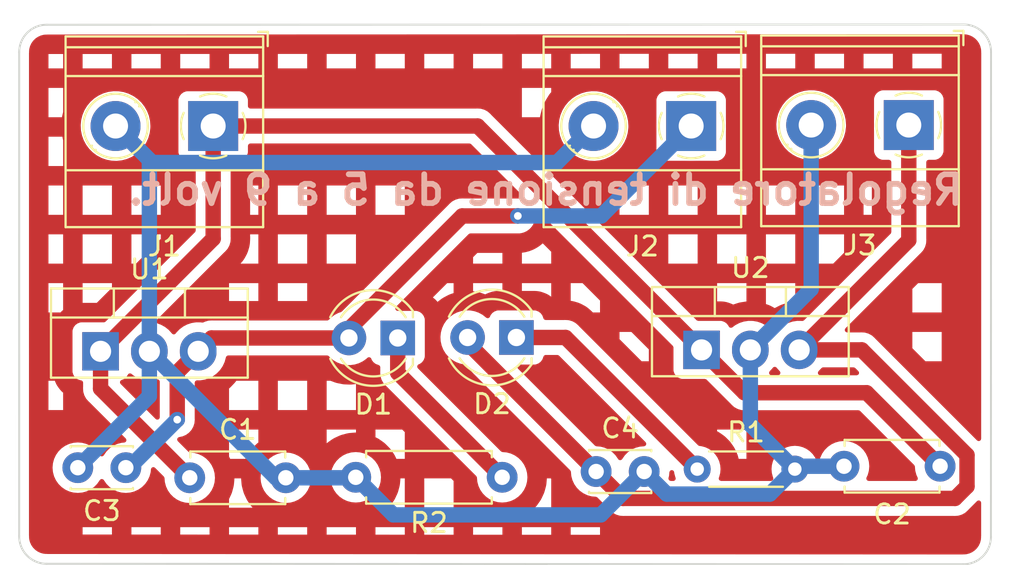
<source format=kicad_pcb>
(kicad_pcb (version 20211014) (generator pcbnew)
  (layers (0 "F.Cu" signal) (31 "B.Cu" signal) (34 "B.Paste" user) (35 "F.Paste" user) (36 "B.SilkS" user "B.Silkscreen") (37 "F.SilkS" user "F.Silkscreen") (38 "B.Mask" user) (39 "F.Mask" user) (44 "Edge.Cuts" user))
  (net 0 "")
  (net 1 "GND")
  (net 2 "/5v out")
  (net 3 "Net-(D1-Pad1)")
  (net 4 "Net-(D2-Pad1)")
  (net 5 "+12V")
  (net 6 "/9v out")
  (footprint "LED_THT:LED_D4.0mm" (layer "F.Cu") (at 135.875 71.075 180)
    (fp_text reference "D1" (at 1.27 -3.46) (layer "F.SilkS"))
    (fp_text value "LED")
    (fp_line (start -0.79 -1.399) (end -0.79 -1.08) (layer "F.SilkS") (width 0.12))
    (fp_line (start -0.79 1.08) (end -0.79 1.399) (layer "F.SilkS") (width 0.12))
    (fp_arc (start -0.79 -1.398749) (mid 1.453519 -2.483228) (end 3.513242 -1.080724) (layer "F.SilkS") (width 0.12))
    (fp_arc (start -0.41333 -1.08) (mid 1.269429 -2) (end 2.952713 -1.080961) (layer "F.SilkS") (width 0.12))
    (fp_arc (start 2.952713 1.080961) (mid 1.269429 2) (end -0.41333 1.08) (layer "F.SilkS") (width 0.12))
    (fp_arc (start 3.513242 1.080724) (mid 1.453519 2.483228) (end -0.79 1.398749) (layer "F.SilkS") (width 0.12))
    (pad "1" thru_hole rect (at 0 0 180) (size 1.8 1.8) (drill 0.9) (layers *.Cu *.Mask) (net 3 "Net-(D1-Pad1)"))
    (pad "2" thru_hole circle (at 2.54 0 180) (size 1.8 1.8) (drill 0.9) (layers *.Cu *.Mask) (net 6 "/9v out"))
  )
  (footprint "Resistor_THT:R_Axial_DIN0207_L6.3mm_D2.5mm_P7.62mm_Horizontal" (layer "F.Cu") (at 141.31 78.325 180)
    (fp_text reference "R2" (at 3.81 -2.37) (layer "F.SilkS"))
    (fp_text value "1kohm")
    (fp_line (start 0.54 -1.37) (end 7.08 -1.37) (layer "F.SilkS") (width 0.12))
    (fp_line (start 7.08 1.37) (end 7.08 1.04) (layer "F.SilkS") (width 0.12))
    (fp_line (start 7.08 -1.37) (end 7.08 -1.04) (layer "F.SilkS") (width 0.12))
    (fp_line (start 0.54 -1.04) (end 0.54 -1.37) (layer "F.SilkS") (width 0.12))
    (fp_line (start 0.54 1.04) (end 0.54 1.37) (layer "F.SilkS") (width 0.12))
    (fp_line (start 0.54 1.37) (end 7.08 1.37) (layer "F.SilkS") (width 0.12))
    (pad "1" thru_hole circle (at 0 0 180) (size 1.6 1.6) (drill 0.8) (layers *.Cu *.Mask) (net 3 "Net-(D1-Pad1)"))
    (pad "2" thru_hole oval (at 7.62 0 180) (size 1.6 1.6) (drill 0.8) (layers *.Cu *.Mask) (net 1 "GND"))
  )
  (footprint "Capacitor_THT:C_Disc_D3.0mm_W2.0mm_P2.50mm" (layer "F.Cu") (at 146.2 78.025)
    (fp_text reference "C4" (at 1.25 -2.25) (layer "F.SilkS"))
    (fp_text value "0.1uF")
    (fp_line (start -0.37 1.055) (end -0.37 1.12) (layer "F.SilkS") (width 0.12))
    (fp_line (start 2.87 -1.12) (end 2.87 -1.055) (layer "F.SilkS") (width 0.12))
    (fp_line (start -0.37 -1.12) (end 2.87 -1.12) (layer "F.SilkS") (width 0.12))
    (fp_line (start -0.37 1.12) (end 2.87 1.12) (layer "F.SilkS") (width 0.12))
    (fp_line (start 2.87 1.055) (end 2.87 1.12) (layer "F.SilkS") (width 0.12))
    (fp_line (start -0.37 -1.12) (end -0.37 -1.055) (layer "F.SilkS") (width 0.12))
    (pad "1" thru_hole circle (at 0 0) (size 1.6 1.6) (drill 0.8) (layers *.Cu *.Mask) (net 2 "/5v out"))
    (pad "2" thru_hole circle (at 2.5 0) (size 1.6 1.6) (drill 0.8) (layers *.Cu *.Mask) (net 1 "GND"))
  )
  (footprint "Resistor_THT:R_Axial_DIN0204_L3.6mm_D1.6mm_P5.08mm_Horizontal" (layer "F.Cu") (at 151.46 77.9)
    (fp_text reference "R1" (at 2.54 -1.92) (layer "F.SilkS"))
    (fp_text value "330ohm")
    (fp_line (start 0.62 -0.92) (end 4.46 -0.92) (layer "F.SilkS") (width 0.12))
    (fp_line (start 0.62 0.92) (end 4.46 0.92) (layer "F.SilkS") (width 0.12))
    (pad "1" thru_hole circle (at 0 0) (size 1.4 1.4) (drill 0.7) (layers *.Cu *.Mask) (net 4 "Net-(D2-Pad1)"))
    (pad "2" thru_hole oval (at 5.08 0) (size 1.4 1.4) (drill 0.7) (layers *.Cu *.Mask) (net 1 "GND"))
  )
  (footprint "TerminalBlock_Phoenix:TerminalBlock_Phoenix_MKDS-1,5-2-5.08_1x02_P5.08mm_Horizontal" (layer "F.Cu") (at 151.145 60.045 180)
    (fp_text reference "J2" (at 2.54 -6.26) (layer "F.SilkS"))
    (fp_text value "Screw_Terminal_01x02")
    (fp_line (start 6.355 -1.069) (end 6.308 -1.023) (layer "F.SilkS") (width 0.12))
    (fp_line (start -2.6 -5.261) (end 7.68 -5.261) (layer "F.SilkS") (width 0.12))
    (fp_line (start -2.84 4.16) (end -2.84 4.9) (layer "F.SilkS") (width 0.12))
    (fp_line (start 7.68 -5.261) (end 7.68 4.66) (layer "F.SilkS") (width 0.12))
    (fp_line (start -2.6 2.6) (end 7.68 2.6) (layer "F.SilkS") (width 0.12))
    (fp_line (start -2.6 -2.301) (end 7.68 -2.301) (layer "F.SilkS") (width 0.12))
    (fp_line (start -2.6 4.66) (end 7.68 4.66) (layer "F.SilkS") (width 0.12))
    (fp_line (start -2.6 -5.261) (end -2.6 4.66) (layer "F.SilkS") (width 0.12))
    (fp_line (start -2.6 4.1) (end 7.68 4.1) (layer "F.SilkS") (width 0.12))
    (fp_line (start 4.046 1.239) (end 4.011 1.274) (layer "F.SilkS") (width 0.12))
    (fp_line (start 6.15 -1.275) (end 6.115 -1.239) (layer "F.SilkS") (width 0.12))
    (fp_line (start 3.853 1.023) (end 3.806 1.069) (layer "F.SilkS") (width 0.12))
    (fp_line (start -2.84 4.9) (end -2.34 4.9) (layer "F.SilkS") (width 0.12))
    (fp_arc (start 0.028805 1.680253) (mid -0.335551 1.646659) (end -0.684 1.535) (layer "F.SilkS") (width 0.12))
    (fp_arc (start 1.535427 -0.683042) (mid 1.680501 0.000524) (end 1.535 0.684) (layer "F.SilkS") (width 0.12))
    (fp_arc (start -0.683042 -1.535427) (mid 0.000524 -1.680501) (end 0.684 -1.535) (layer "F.SilkS") (width 0.12))
    (fp_arc (start -1.535427 0.683042) (mid -1.680501 -0.000524) (end -1.535 -0.684) (layer "F.SilkS") (width 0.12))
    (fp_arc (start 0.683318 1.534756) (mid 0.349292 1.643288) (end 0 1.68) (layer "F.SilkS") (width 0.12))
    (fp_circle (center 5.08 0) (end 6.76 0) (layer "F.SilkS") (width 0.12) (fill none))
    (pad "1" thru_hole rect (at 0 0 180) (size 2.6 2.6) (drill 1.3) (layers *.Cu *.Mask) (net 6 "/9v out"))
    (pad "2" thru_hole circle (at 5.08 0 180) (size 2.6 2.6) (drill 1.3) (layers *.Cu *.Mask) (net 1 "GND"))
  )
  (footprint "TerminalBlock_Phoenix:TerminalBlock_Phoenix_MKDS-1,5-2-5.08_1x02_P5.08mm_Horizontal" (layer "F.Cu") (at 162.47 59.995 180)
    (fp_text reference "J3" (at 2.54 -6.26) (layer "F.SilkS"))
    (fp_text value "Screw_Terminal_01x02")
    (fp_line (start 4.046 1.239) (end 4.011 1.274) (layer "F.SilkS") (width 0.12))
    (fp_line (start 3.853 1.023) (end 3.806 1.069) (layer "F.SilkS") (width 0.12))
    (fp_line (start -2.84 4.16) (end -2.84 4.9) (layer "F.SilkS") (width 0.12))
    (fp_line (start -2.6 4.1) (end 7.68 4.1) (layer "F.SilkS") (width 0.12))
    (fp_line (start 7.68 -5.261) (end 7.68 4.66) (layer "F.SilkS") (width 0.12))
    (fp_line (start -2.6 4.66) (end 7.68 4.66) (layer "F.SilkS") (width 0.12))
    (fp_line (start 6.355 -1.069) (end 6.308 -1.023) (layer "F.SilkS") (width 0.12))
    (fp_line (start -2.84 4.9) (end -2.34 4.9) (layer "F.SilkS") (width 0.12))
    (fp_line (start -2.6 -5.261) (end 7.68 -5.261) (layer "F.SilkS") (width 0.12))
    (fp_line (start -2.6 -2.301) (end 7.68 -2.301) (layer "F.SilkS") (width 0.12))
    (fp_line (start -2.6 -5.261) (end -2.6 4.66) (layer "F.SilkS") (width 0.12))
    (fp_line (start 6.15 -1.275) (end 6.115 -1.239) (layer "F.SilkS") (width 0.12))
    (fp_line (start -2.6 2.6) (end 7.68 2.6) (layer "F.SilkS") (width 0.12))
    (fp_arc (start -1.535427 0.683042) (mid -1.680501 -0.000524) (end -1.535 -0.684) (layer "F.SilkS") (width 0.12))
    (fp_arc (start -0.683042 -1.535427) (mid 0.000524 -1.680501) (end 0.684 -1.535) (layer "F.SilkS") (width 0.12))
    (fp_arc (start 1.535427 -0.683042) (mid 1.680501 0.000524) (end 1.535 0.684) (layer "F.SilkS") (width 0.12))
    (fp_arc (start 0.028805 1.680253) (mid -0.335551 1.646659) (end -0.684 1.535) (layer "F.SilkS") (width 0.12))
    (fp_arc (start 0.683318 1.534756) (mid 0.349292 1.643288) (end 0 1.68) (layer "F.SilkS") (width 0.12))
    (fp_circle (center 5.08 0) (end 6.76 0) (layer "F.SilkS") (width 0.12) (fill none))
    (pad "1" thru_hole rect (at 0 0 180) (size 2.6 2.6) (drill 1.3) (layers *.Cu *.Mask) (net 2 "/5v out"))
    (pad "2" thru_hole circle (at 5.08 0 180) (size 2.6 2.6) (drill 1.3) (layers *.Cu *.Mask) (net 1 "GND"))
  )
  (footprint "LED_THT:LED_D4.0mm" (layer "F.Cu") (at 142.05 71.05 180)
    (fp_text reference "D2" (at 1.27 -3.46) (layer "F.SilkS"))
    (fp_text value "LED")
    (fp_line (start -0.79 1.08) (end -0.79 1.399) (layer "F.SilkS") (width 0.12))
    (fp_line (start -0.79 -1.399) (end -0.79 -1.08) (layer "F.SilkS") (width 0.12))
    (fp_arc (start 3.513242 1.080724) (mid 1.453519 2.483228) (end -0.79 1.398749) (layer "F.SilkS") (width 0.12))
    (fp_arc (start -0.79 -1.398749) (mid 1.453519 -2.483228) (end 3.513242 -1.080724) (layer "F.SilkS") (width 0.12))
    (fp_arc (start -0.41333 -1.08) (mid 1.269429 -2) (end 2.952713 -1.080961) (layer "F.SilkS") (width 0.12))
    (fp_arc (start 2.952713 1.080961) (mid 1.269429 2) (end -0.41333 1.08) (layer "F.SilkS") (width 0.12))
    (pad "1" thru_hole rect (at 0 0 180) (size 1.8 1.8) (drill 0.9) (layers *.Cu *.Mask) (net 4 "Net-(D2-Pad1)"))
    (pad "2" thru_hole circle (at 2.54 0 180) (size 1.8 1.8) (drill 0.9) (layers *.Cu *.Mask) (net 2 "/5v out"))
  )
  (footprint "TerminalBlock_Phoenix:TerminalBlock_Phoenix_MKDS-1,5-2-5.08_1x02_P5.08mm_Horizontal" (layer "F.Cu") (at 126.27 60.045 180)
    (fp_text reference "J1" (at 2.54 -6.26) (layer "F.SilkS"))
    (fp_text value "Screw_Terminal_01x02")
    (fp_line (start -2.6 4.1) (end 7.68 4.1) (layer "F.SilkS") (width 0.12))
    (fp_line (start -2.84 4.16) (end -2.84 4.9) (layer "F.SilkS") (width 0.12))
    (fp_line (start -2.84 4.9) (end -2.34 4.9) (layer "F.SilkS") (width 0.12))
    (fp_line (start -2.6 4.66) (end 7.68 4.66) (layer "F.SilkS") (width 0.12))
    (fp_line (start 3.853 1.023) (end 3.806 1.069) (layer "F.SilkS") (width 0.12))
    (fp_line (start -2.6 -2.301) (end 7.68 -2.301) (layer "F.SilkS") (width 0.12))
    (fp_line (start 4.046 1.239) (end 4.011 1.274) (layer "F.SilkS") (width 0.12))
    (fp_line (start -2.6 2.6) (end 7.68 2.6) (layer "F.SilkS") (width 0.12))
    (fp_line (start 6.15 -1.275) (end 6.115 -1.239) (layer "F.SilkS") (width 0.12))
    (fp_line (start -2.6 -5.261) (end 7.68 -5.261) (layer "F.SilkS") (width 0.12))
    (fp_line (start -2.6 -5.261) (end -2.6 4.66) (layer "F.SilkS") (width 0.12))
    (fp_line (start 7.68 -5.261) (end 7.68 4.66) (layer "F.SilkS") (width 0.12))
    (fp_line (start 6.355 -1.069) (end 6.308 -1.023) (layer "F.SilkS") (width 0.12))
    (fp_arc (start -0.683042 -1.535427) (mid 0.000524 -1.680501) (end 0.684 -1.535) (layer "F.SilkS") (width 0.12))
    (fp_arc (start 1.535427 -0.683042) (mid 1.680501 0.000524) (end 1.535 0.684) (layer "F.SilkS") (width 0.12))
    (fp_arc (start 0.683318 1.534756) (mid 0.349292 1.643288) (end 0 1.68) (layer "F.SilkS") (width 0.12))
    (fp_arc (start 0.028805 1.680253) (mid -0.335551 1.646659) (end -0.684 1.535) (layer "F.SilkS") (width 0.12))
    (fp_arc (start -1.535427 0.683042) (mid -1.680501 -0.000524) (end -1.535 -0.684) (layer "F.SilkS") (width 0.12))
    (fp_circle (center 5.08 0) (end 6.76 0) (layer "F.SilkS") (width 0.12) (fill none))
    (pad "1" thru_hole rect (at 0 0 180) (size 2.6 2.6) (drill 1.3) (layers *.Cu *.Mask) (net 5 "+12V"))
    (pad "2" thru_hole circle (at 5.08 0 180) (size 2.6 2.6) (drill 1.3) (layers *.Cu *.Mask) (net 1 "GND"))
  )
  (footprint "Package_TO_SOT_THT:TO-220-3_Vertical" (layer "F.Cu") (at 120.41 71.77)
    (fp_text reference "U1" (at 2.54 -4.27) (layer "F.SilkS"))
    (fp_text value "L7809")
    (fp_line (start -2.58 -1.76) (end 7.66 -1.76) (layer "F.SilkS") (width 0.12))
    (fp_line (start 4.391 -3.27) (end 4.391 -1.76) (layer "F.SilkS") (width 0.12))
    (fp_line (start -2.58 -3.27) (end -2.58 1.371) (layer "F.SilkS") (width 0.12))
    (fp_line (start -2.58 1.371) (end 7.66 1.371) (layer "F.SilkS") (width 0.12))
    (fp_line (start -2.58 -3.27) (end 7.66 -3.27) (layer "F.SilkS") (width 0.12))
    (fp_line (start 7.66 -3.27) (end 7.66 1.371) (layer "F.SilkS") (width 0.12))
    (fp_line (start 0.69 -3.27) (end 0.69 -1.76) (layer "F.SilkS") (width 0.12))
    (pad "1" thru_hole rect (at 0 0) (size 1.905 2) (drill 1.1) (layers *.Cu *.Mask) (net 5 "+12V"))
    (pad "2" thru_hole oval (at 2.54 0) (size 1.905 2) (drill 1.1) (layers *.Cu *.Mask) (net 1 "GND"))
    (pad "3" thru_hole oval (at 5.08 0) (size 1.905 2) (drill 1.1) (layers *.Cu *.Mask) (net 6 "/9v out"))
  )
  (footprint "Package_TO_SOT_THT:TO-220-3_Vertical" (layer "F.Cu") (at 151.685 71.695)
    (fp_text reference "U2" (at 2.54 -4.27) (layer "F.SilkS"))
    (fp_text value "L7805")
    (fp_line (start 4.391 -3.27) (end 4.391 -1.76) (layer "F.SilkS") (width 0.12))
    (fp_line (start 7.66 -3.27) (end 7.66 1.371) (layer "F.SilkS") (width 0.12))
    (fp_line (start 0.69 -3.27) (end 0.69 -1.76) (layer "F.SilkS") (width 0.12))
    (fp_line (start -2.58 -3.27) (end -2.58 1.371) (layer "F.SilkS") (width 0.12))
    (fp_line (start -2.58 -3.27) (end 7.66 -3.27) (layer "F.SilkS") (width 0.12))
    (fp_line (start -2.58 -1.76) (end 7.66 -1.76) (layer "F.SilkS") (width 0.12))
    (fp_line (start -2.58 1.371) (end 7.66 1.371) (layer "F.SilkS") (width 0.12))
    (pad "1" thru_hole rect (at 0 0) (size 1.905 2) (drill 1.1) (layers *.Cu *.Mask) (net 5 "+12V"))
    (pad "2" thru_hole oval (at 2.54 0) (size 1.905 2) (drill 1.1) (layers *.Cu *.Mask) (net 1 "GND"))
    (pad "3" thru_hole oval (at 5.08 0) (size 1.905 2) (drill 1.1) (layers *.Cu *.Mask) (net 2 "/5v out"))
  )
  (footprint "Capacitor_THT:C_Disc_D3.0mm_W2.0mm_P2.50mm" (layer "F.Cu") (at 121.725 77.825 180)
    (fp_text reference "C3" (at 1.25 -2.25) (layer "F.SilkS"))
    (fp_text value "0.1uF")
    (fp_line (start -0.37 1.12) (end 2.87 1.12) (layer "F.SilkS") (width 0.12))
    (fp_line (start 2.87 1.055) (end 2.87 1.12) (layer "F.SilkS") (width 0.12))
    (fp_line (start -0.37 1.055) (end -0.37 1.12) (layer "F.SilkS") (width 0.12))
    (fp_line (start 2.87 -1.12) (end 2.87 -1.055) (layer "F.SilkS") (width 0.12))
    (fp_line (start -0.37 -1.12) (end 2.87 -1.12) (layer "F.SilkS") (width 0.12))
    (fp_line (start -0.37 -1.12) (end -0.37 -1.055) (layer "F.SilkS") (width 0.12))
    (pad "1" thru_hole circle (at 0 0 180) (size 1.6 1.6) (drill 0.8) (layers *.Cu *.Mask) (net 6 "/9v out"))
    (pad "2" thru_hole circle (at 2.5 0 180) (size 1.6 1.6) (drill 0.8) (layers *.Cu *.Mask) (net 1 "GND"))
  )
  (footprint "Capacitor_THT:C_Disc_D4.7mm_W2.5mm_P5.00mm" (layer "F.Cu") (at 125.05 78.35)
    (fp_text reference "C1" (at 2.5 -2.5) (layer "F.SilkS"))
    (fp_text value "0.33uF")
    (fp_line (start 0.03 1.37) (end 4.97 1.37) (layer "F.SilkS") (width 0.12))
    (fp_line (start 0.03 -1.37) (end 0.03 -1.055) (layer "F.SilkS") (width 0.12))
    (fp_line (start 4.97 -1.37) (end 4.97 -1.055) (layer "F.SilkS") (width 0.12))
    (fp_line (start 4.97 1.055) (end 4.97 1.37) (layer "F.SilkS") (width 0.12))
    (fp_line (start 0.03 -1.37) (end 4.97 -1.37) (layer "F.SilkS") (width 0.12))
    (fp_line (start 0.03 1.055) (end 0.03 1.37) (layer "F.SilkS") (width 0.12))
    (pad "1" thru_hole circle (at 0 0) (size 1.6 1.6) (drill 0.8) (layers *.Cu *.Mask) (net 5 "+12V"))
    (pad "2" thru_hole circle (at 5 0) (size 1.6 1.6) (drill 0.8) (layers *.Cu *.Mask) (net 1 "GND"))
  )
  (footprint "Capacitor_THT:C_Disc_D4.7mm_W2.5mm_P5.00mm" (layer "F.Cu") (at 164.1 77.75 180)
    (fp_text reference "C2" (at 2.5 -2.5) (layer "F.SilkS"))
    (fp_text value "0.33uF")
    (fp_line (start 0.03 -1.37) (end 4.97 -1.37) (layer "F.SilkS") (width 0.12))
    (fp_line (start 4.97 1.055) (end 4.97 1.37) (layer "F.SilkS") (width 0.12))
    (fp_line (start 0.03 1.37) (end 4.97 1.37) (layer "F.SilkS") (width 0.12))
    (fp_line (start 0.03 -1.37) (end 0.03 -1.055) (layer "F.SilkS") (width 0.12))
    (fp_line (start 4.97 -1.37) (end 4.97 -1.055) (layer "F.SilkS") (width 0.12))
    (fp_line (start 0.03 1.055) (end 0.03 1.37) (layer "F.SilkS") (width 0.12))
    (pad "1" thru_hole circle (at 0 0 180) (size 1.6 1.6) (drill 0.8) (layers *.Cu *.Mask) (net 5 "+12V"))
    (pad "2" thru_hole circle (at 5 0 180) (size 1.6 1.6) (drill 0.8) (layers *.Cu *.Mask) (net 1 "GND"))
  )
  (gr_line (start 165.325 54.760551) (end 117.619886 54.775) (layer "Edge.Cuts") (width 0.1))
  (gr_line (start 116.175888 56.199873) (end 116.175127 81.381002) (layer "Edge.Cuts") (width 0.1))
  (gr_line (start 117.6 82.825) (end 165.3 82.85) (layer "Edge.Cuts") (width 0.1))
  (gr_arc (start 117.6 82.825) (mid 116.585678 82.400888) (end 116.175127 81.381002) (layer "Edge.Cuts") (width 0.1))
  (gr_arc (start 166.743998 81.425127) (mid 166.319877 82.439435) (end 165.3 82.85) (layer "Edge.Cuts") (width 0.1))
  (gr_arc (start 165.325 54.760551) (mid 166.339322 55.184663) (end 166.749873 56.204549) (layer "Edge.Cuts") (width 0.1))
  (gr_arc (start 116.175888 56.199873) (mid 116.6 55.185551) (end 117.619886 54.775) (layer "Edge.Cuts") (width 0.1))
  (gr_line (start 166.743998 81.425127) (end 166.749873 56.204549) (layer "Edge.Cuts") (width 0.1))
  (gr_text "Regolatore di tensione da 5 a 9 volt." (at 143.575 63.375) (layer "B.SilkS") (effects (font (size 1.5 1.5) (thickness 0.3)) (justify mirror)))
  (segment (start 149.875 79.2) (end 148.7 78.025) (width 0.8) (layer "B.Cu") (net 1))
  (segment (start 135.646418 80.281418) (end 146.443582 80.281418) (width 0.8) (layer "B.Cu") (net 1))
  (segment (start 146.065 60.045) (end 144.165 61.945) (width 0.8) (layer "B.Cu") (net 1))
  (segment (start 122.95 74.1) (end 122.95 71.77) (width 0.8) (layer "B.Cu") (net 1))
  (segment (start 129.53 78.35) (end 130.05 78.35) (width 0.8) (layer "B.Cu") (net 1))
  (segment (start 144.165 61.945) (end 123.09 61.945) (width 0.8) (layer "B.Cu") (net 1))
  (segment (start 130.05 78.35) (end 133.665 78.35) (width 0.8) (layer "B.Cu") (net 1))
  (segment (start 156.54 77.9) (end 155.24 79.2) (width 0.8) (layer "B.Cu") (net 1))
  (segment (start 122.95 61.805) (end 121.19 60.045) (width 0.8) (layer "B.Cu") (net 1))
  (segment (start 159.1 77.75) (end 156.69 77.75) (width 0.8) (layer "B.Cu") (net 1))
  (segment (start 122.95 71.77) (end 129.53 78.35) (width 0.8) (layer "B.Cu") (net 1))
  (segment (start 157.39 68.53) (end 154.225 71.695) (width 0.8) (layer "B.Cu") (net 1))
  (segment (start 146.443582 80.281418) (end 148.7 78.025) (width 0.8) (layer "B.Cu") (net 1))
  (segment (start 133.665 78.35) (end 133.69 78.325) (width 0.8) (layer "B.Cu") (net 1))
  (segment (start 154.225 75.585) (end 156.54 77.9) (width 0.8) (layer "B.Cu") (net 1))
  (segment (start 133.69 78.325) (end 135.646418 80.281418) (width 0.8) (layer "B.Cu") (net 1))
  (segment (start 155.24 79.2) (end 149.875 79.2) (width 0.8) (layer "B.Cu") (net 1))
  (segment (start 157.39 59.995) (end 157.39 68.53) (width 0.8) (layer "B.Cu") (net 1))
  (segment (start 122.95 71.77) (end 122.95 61.805) (width 0.8) (layer "B.Cu") (net 1))
  (segment (start 123.09 61.945) (end 121.19 60.045) (width 0.8) (layer "B.Cu") (net 1))
  (segment (start 119.225 77.825) (end 122.95 74.1) (width 0.8) (layer "B.Cu") (net 1))
  (segment (start 154.225 71.695) (end 154.225 75.585) (width 0.8) (layer "B.Cu") (net 1))
  (segment (start 156.69 77.75) (end 156.54 77.9) (width 0.8) (layer "B.Cu") (net 1))
  (segment (start 156.765 71.695) (end 160.024899 71.695) (width 0.8) (layer "F.Cu") (net 2))
  (segment (start 139.51 71.05) (end 139.51 71.335) (width 0.8) (layer "F.Cu") (net 2))
  (segment (start 139.51 71.335) (end 146.2 78.025) (width 0.8) (layer "F.Cu") (net 2))
  (segment (start 147.6 79.425) (end 146.2 78.025) (width 0.8) (layer "F.Cu") (net 2))
  (segment (start 162.47 65.99) (end 156.765 71.695) (width 0.8) (layer "F.Cu") (net 2))
  (segment (start 165.5 78.8) (end 164.875 79.425) (width 0.8) (layer "F.Cu") (net 2))
  (segment (start 160.024899 71.695) (end 165.5 77.170101) (width 0.8) (layer "F.Cu") (net 2))
  (segment (start 165.5 77.170101) (end 165.5 78.8) (width 0.8) (layer "F.Cu") (net 2))
  (segment (start 162.47 59.995) (end 162.47 65.99) (width 0.8) (layer "F.Cu") (net 2))
  (segment (start 164.875 79.425) (end 147.6 79.425) (width 0.8) (layer "F.Cu") (net 2))
  (segment (start 135.875 72.89) (end 141.31 78.325) (width 0.8) (layer "F.Cu") (net 3))
  (segment (start 135.875 71.075) (end 135.875 72.89) (width 0.8) (layer "F.Cu") (net 3))
  (segment (start 151.46 77.9) (end 144.61 71.05) (width 0.8) (layer "F.Cu") (net 4))
  (segment (start 144.61 71.05) (end 142.05 71.05) (width 0.8) (layer "F.Cu") (net 4))
  (segment (start 164.1 77.75) (end 160.275682 73.925682) (width 0.8) (layer "F.Cu") (net 5))
  (segment (start 153.915682 73.925682) (end 151.685 71.695) (width 0.8) (layer "F.Cu") (net 5))
  (segment (start 140.035 60.045) (end 151.685 71.695) (width 0.8) (layer "F.Cu") (net 5))
  (segment (start 120.41 71.77) (end 120.41 73.71) (width 0.8) (layer "F.Cu") (net 5))
  (segment (start 120.41 73.71) (end 125.05 78.35) (width 0.8) (layer "F.Cu") (net 5))
  (segment (start 126.27 60.045) (end 126.27 65.91) (width 0.8) (layer "F.Cu") (net 5))
  (segment (start 126.27 65.91) (end 120.41 71.77) (width 0.8) (layer "F.Cu") (net 5))
  (segment (start 160.275682 73.925682) (end 153.915682 73.925682) (width 0.8) (layer "F.Cu") (net 5))
  (segment (start 126.27 60.045) (end 140.035 60.045) (width 0.8) (layer "F.Cu") (net 5))
  (segment (start 126.185 71.075) (end 125.49 71.77) (width 0.8) (layer "F.Cu") (net 6))
  (segment (start 133.335 70.615) (end 139.225 64.725) (width 0.8) (layer "F.Cu") (net 6))
  (segment (start 139.225 64.725) (end 142.125 64.725) (width 0.8) (layer "F.Cu") (net 6))
  (segment (start 124.4 75.325) (end 124.4 72.86) (width 0.8) (layer "F.Cu") (net 6))
  (segment (start 124.4 72.86) (end 125.49 71.77) (width 0.8) (layer "F.Cu") (net 6))
  (segment (start 133.335 71.075) (end 126.185 71.075) (width 0.8) (layer "F.Cu") (net 6))
  (segment (start 133.335 71.075) (end 133.335 70.615) (width 0.8) (layer "F.Cu") (net 6))
  (via (at 142.125 64.725) (size 0.8) (drill 0.4) (layers "F.Cu" "B.Cu") (net 6))
  (via (at 124.4 75.325) (size 0.8) (drill 0.4) (layers "F.Cu" "B.Cu") (net 6))
  (segment (start 146.465 64.725) (end 151.145 60.045) (width 0.8) (layer "B.Cu") (net 6))
  (segment (start 121.725 77.825) (end 121.9 77.825) (width 0.8) (layer "B.Cu") (net 6))
  (segment (start 142.125 64.725) (end 146.465 64.725) (width 0.8) (layer "B.Cu") (net 6))
  (segment (start 121.9 77.825) (end 124.4 75.325) (width 0.8) (layer "B.Cu") (net 6))
  (zone (net 0) (net_name "") (layer "F.Cu") (connect_pads (clearance 0.508)) (min_thickness 0.254) (fill yes (mode hatch) (thermal_gap 0.508) (thermal_bridge_width 0.508) (hatch_thickness 1.016) (hatch_gap 1.524) (hatch_orientation 0) (hatch_border_algorithm hatch_thickness) (hatch_min_hole_area 0.3))
    (polygon (pts (xy 165.6 54.925) (xy 165.625 55.225) (xy 165.625 55.075) (xy 166.2 55.4) (xy 166.425 55.825) (xy 166.525 81.625) (xy 166.3 82.05) (xy 165.725 82.6) (xy 117.625 82.6) (xy 116.925 82.275) (xy 116.375 81.55) (xy 116.35 55.875) (xy 116.625 55.5) (xy 117.6 54.875)))
  )
)
</source>
